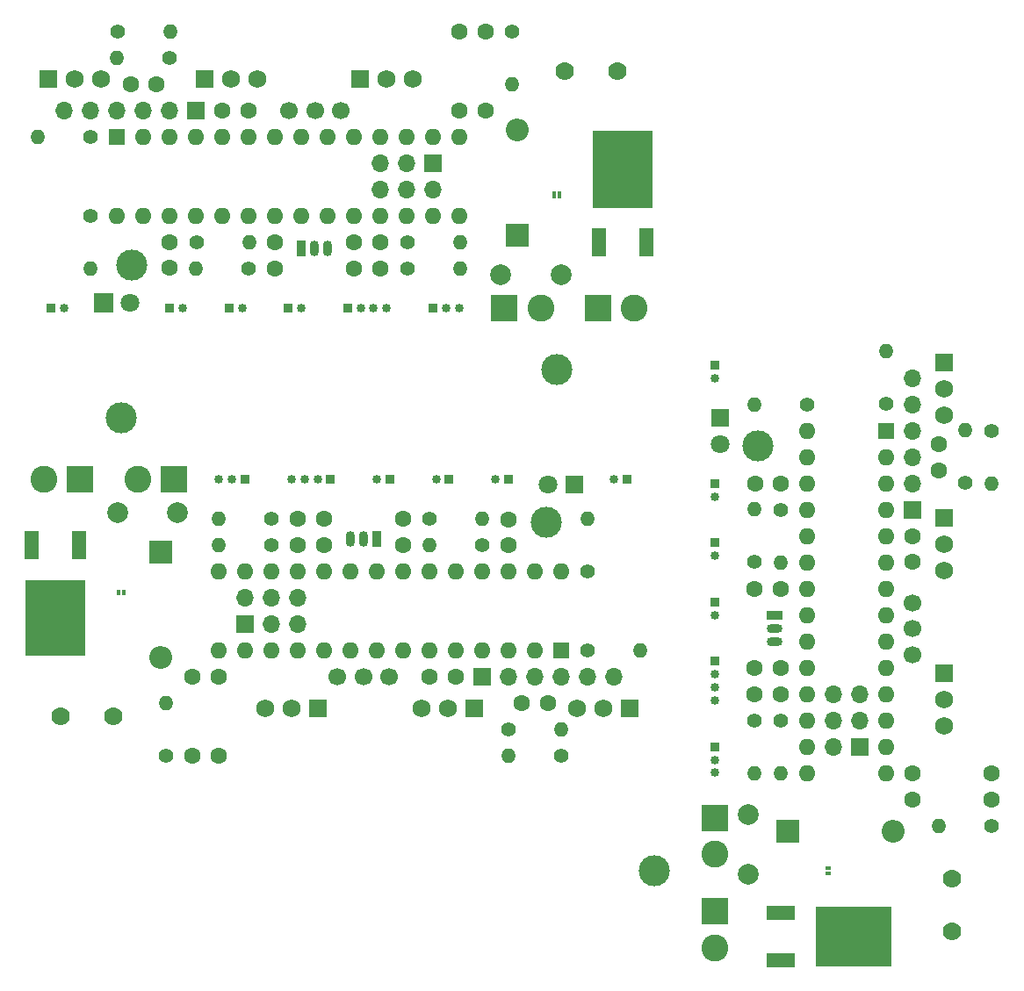
<source format=gbs>
%MOIN*%
%OFA0B0*%
%FSLAX46Y46*%
%IPPOS*%
%LPD*%
%AMREC120*
4,1,3,
0.043307086614173228,0.043307086614173242,
-0.043307086614173242,0.043307086614173228,
-0.043307086614173228,-0.043307086614173242,
0.043307086614173242,-0.043307086614173228,
0*%
%AMREC130*
4,1,3,
0.033464566929133854,0.033464566929133861,
-0.033464566929133861,0.033464566929133854,
-0.033464566929133854,-0.033464566929133861,
0.033464566929133861,-0.033464566929133854,
0*%
%AMREC140*
4,1,3,
0.035433070866141732,0.035433070866141739,
-0.035433070866141739,0.035433070866141732,
-0.035433070866141732,-0.035433070866141739,
0.035433070866141739,-0.035433070866141732,
0*%
%AMREC150*
4,1,3,
0.03444881889763779,0.0344488188976378,
-0.0344488188976378,0.03444881889763779,
-0.03444881889763779,-0.0344488188976378,
0.0344488188976378,-0.03444881889763779,
0*%
%AMREC160*
4,1,3,
0.031496062992125984,0.031496062992125991,
-0.031496062992125991,0.031496062992125984,
-0.031496062992125984,-0.031496062992125991,
0.031496062992125991,-0.031496062992125984,
0*%
%AMREC170*
4,1,3,
0.051181102362204724,0.051181102362204738,
-0.051181102362204738,0.051181102362204724,
-0.051181102362204724,-0.051181102362204738,
0.051181102362204738,-0.051181102362204724,
0*%
%AMREC180*
4,1,3,
0.017716535433070862,0.029527559055118113,
-0.017716535433070873,0.029527559055118113,
-0.017716535433070862,-0.029527559055118113,
0.017716535433070873,-0.029527559055118113,
0*%
%AMREC190*
4,1,3,
0.016732283464566927,0.016732283464566931,
-0.016732283464566931,0.016732283464566927,
-0.016732283464566927,-0.016732283464566931,
0.016732283464566931,-0.016732283464566927,
0*%
%AMREC200*
4,1,3,
0.027559055118110232,0.053149606299212608,
-0.027559055118110239,0.053149606299212608,
-0.027559055118110232,-0.053149606299212608,
0.027559055118110239,-0.053149606299212608,
0*%
%AMREC210*
4,1,3,
0.11417322834645668,0.1456692913385827,
-0.11417322834645671,0.14566929133858267,
-0.11417322834645668,-0.1456692913385827,
0.11417322834645671,-0.14566929133858267,
0*%
%AMREC220*
4,1,3,
0.007874015748031496,0.011811023622047244,
-0.0078740157480314977,0.011811023622047244,
-0.007874015748031496,-0.011811023622047244,
0.0078740157480314977,-0.011811023622047244,
0*%
%ADD10C,0.0039370078740157488*%
%ADD11R,0.086614173228346469X0.086614173228346469*%
%ADD12O,0.086614173228346469X0.086614173228346469*%
%ADD13C,0.07*%
%ADD14R,0.066929133858267723X0.066929133858267723*%
%ADD15O,0.066929133858267723X0.066929133858267723*%
%ADD16R,0.070866141732283464X0.070866141732283464*%
%ADD17C,0.070866141732283464*%
%ADD18C,0.11811023622047245*%
%ADD19C,0.068897637795275593*%
%ADD20R,0.068897637795275593X0.068897637795275593*%
%ADD21C,0.07874015748031496*%
%ADD22R,0.062992125984251982X0.062992125984251982*%
%ADD23O,0.062992125984251982X0.062992125984251982*%
%ADD24R,0.10236220472440946X0.10236220472440946*%
%ADD25C,0.10236220472440946*%
%ADD26C,0.066929133858267723*%
%ADD27C,0.055118110236220472*%
%ADD28O,0.055118110236220472X0.055118110236220472*%
%ADD29C,0.062992125984251982*%
%ADD30O,0.035433070866141732X0.059055118110236227*%
%ADD31R,0.035433070866141732X0.059055118110236227*%
%ADD32R,0.033464566929133861X0.033464566929133861*%
%ADD33C,0.033464566929133861*%
%ADD34R,0.055118110236220472X0.10629921259842522*%
%ADD35R,0.2283464566929134X0.29133858267716539*%
%ADD36R,0.015748031496062995X0.023622047244094488*%
%ADD47C,0.0039370078740157488*%
%AMCOMP52*
4,1,3,
0.043307086614173228,0.043307086614173242,
-0.043307086614173242,0.043307086614173228,
-0.043307086614173228,-0.043307086614173242,
0.043307086614173242,-0.043307086614173228,
0*%
%ADD48COMP52*%
%ADD49O,0.086614173228346469X0.086614173228346469*%
%ADD50C,0.07*%
%AMCOMP53*
4,1,3,
0.033464566929133854,0.033464566929133861,
-0.033464566929133861,0.033464566929133854,
-0.033464566929133854,-0.033464566929133861,
0.033464566929133861,-0.033464566929133854,
0*%
%ADD51COMP53*%
%ADD52O,0.066929133858267723X0.066929133858267723*%
%AMCOMP54*
4,1,3,
0.035433070866141732,0.035433070866141739,
-0.035433070866141739,0.035433070866141732,
-0.035433070866141732,-0.035433070866141739,
0.035433070866141739,-0.035433070866141732,
0*%
%ADD53COMP54*%
%ADD54C,0.070866141732283464*%
%ADD55C,0.11811023622047245*%
%ADD56C,0.068897637795275593*%
%AMCOMP55*
4,1,3,
0.03444881889763779,0.0344488188976378,
-0.0344488188976378,0.03444881889763779,
-0.03444881889763779,-0.0344488188976378,
0.0344488188976378,-0.03444881889763779,
0*%
%ADD57COMP55*%
%ADD58C,0.07874015748031496*%
%AMCOMP56*
4,1,3,
0.031496062992125984,0.031496062992125991,
-0.031496062992125991,0.031496062992125984,
-0.031496062992125984,-0.031496062992125991,
0.031496062992125991,-0.031496062992125984,
0*%
%ADD59COMP56*%
%ADD60O,0.062992125984251982X0.062992125984251982*%
%AMCOMP57*
4,1,3,
0.051181102362204724,0.051181102362204738,
-0.051181102362204738,0.051181102362204724,
-0.051181102362204724,-0.051181102362204738,
0.051181102362204738,-0.051181102362204724,
0*%
%ADD61COMP57*%
%ADD62C,0.10236220472440946*%
%ADD63C,0.066929133858267723*%
%ADD64C,0.055118110236220472*%
%ADD65O,0.055118110236220472X0.055118110236220472*%
%ADD66C,0.062992125984251982*%
%ADD67O,0.035433070866141732X0.059055118110236227*%
%AMCOMP58*
4,1,3,
0.017716535433070862,0.029527559055118113,
-0.017716535433070873,0.029527559055118113,
-0.017716535433070862,-0.029527559055118113,
0.017716535433070873,-0.029527559055118113,
0*%
%ADD68COMP58*%
%AMCOMP59*
4,1,3,
0.016732283464566927,0.016732283464566931,
-0.016732283464566931,0.016732283464566927,
-0.016732283464566927,-0.016732283464566931,
0.016732283464566931,-0.016732283464566927,
0*%
%ADD69COMP59*%
%ADD70C,0.033464566929133861*%
%AMCOMP60*
4,1,3,
0.027559055118110232,0.053149606299212608,
-0.027559055118110239,0.053149606299212608,
-0.027559055118110232,-0.053149606299212608,
0.027559055118110239,-0.053149606299212608,
0*%
%ADD71COMP60*%
%AMCOMP61*
4,1,3,
0.11417322834645668,0.1456692913385827,
-0.11417322834645671,0.14566929133858267,
-0.11417322834645668,-0.1456692913385827,
0.11417322834645671,-0.14566929133858267,
0*%
%ADD72COMP61*%
%AMCOMP62*
4,1,3,
0.007874015748031496,0.011811023622047244,
-0.0078740157480314977,0.011811023622047244,
-0.007874015748031496,-0.011811023622047244,
0.0078740157480314977,-0.011811023622047244,
0*%
%ADD73COMP62*%
%ADD74C,0.0039370078740157488*%
%ADD75R,0.086614173228346469X0.086614173228346469*%
%ADD76O,0.086614173228346469X0.086614173228346469*%
%ADD77C,0.07*%
%ADD78R,0.066929133858267723X0.066929133858267723*%
%ADD79O,0.066929133858267723X0.066929133858267723*%
%ADD80R,0.070866141732283464X0.070866141732283464*%
%ADD81C,0.070866141732283464*%
%ADD82C,0.11811023622047245*%
%ADD83C,0.068897637795275593*%
%ADD84R,0.068897637795275593X0.068897637795275593*%
%ADD85C,0.07874015748031496*%
%ADD86R,0.062992125984251982X0.062992125984251982*%
%ADD87O,0.062992125984251982X0.062992125984251982*%
%ADD88R,0.10236220472440946X0.10236220472440946*%
%ADD89C,0.10236220472440946*%
%ADD90C,0.066929133858267723*%
%ADD91C,0.055118110236220472*%
%ADD92O,0.055118110236220472X0.055118110236220472*%
%ADD93C,0.062992125984251982*%
%ADD94O,0.059055118110236227X0.035433070866141732*%
%ADD95R,0.059055118110236227X0.035433070866141732*%
%ADD96R,0.033464566929133861X0.033464566929133861*%
%ADD97C,0.033464566929133861*%
%ADD98R,0.10629921259842522X0.055118110236220472*%
%ADD99R,0.29133858267716539X0.2283464566929134*%
%ADD100R,0.023622047244094488X0.015748031496062995*%
G01*
D10*
D11*
X-0001338582Y0005393700D02*
X0000661417Y0001643700D03*
D12*
X0000661417Y0001243700D03*
D13*
X0000481417Y0001018700D03*
X0000281417Y0001018700D03*
D14*
X0001881417Y0001168700D03*
D15*
X0001981417Y0001168700D03*
X0002081417Y0001168700D03*
X0002181417Y0001168700D03*
X0002281417Y0001168700D03*
X0002381417Y0001168700D03*
D16*
X0002231417Y0001898700D03*
D17*
X0002131417Y0001898700D03*
D18*
X0002125905Y0001757283D03*
D19*
X0002240866Y0001048622D03*
X0002340866Y0001048622D03*
D20*
X0002440866Y0001048622D03*
D21*
X0000497244Y0001793700D03*
X0000725590Y0001793700D03*
D18*
X0000511732Y0002150984D03*
D22*
X0002181417Y0001268700D03*
D23*
X0000881417Y0001568700D03*
X0002081417Y0001268700D03*
X0000981417Y0001568700D03*
X0001981417Y0001268700D03*
X0001081417Y0001568700D03*
X0001881417Y0001268700D03*
X0001181417Y0001568700D03*
X0001781417Y0001268700D03*
X0001281417Y0001568700D03*
X0001681417Y0001268700D03*
X0001381417Y0001568700D03*
X0001581417Y0001268700D03*
X0001481417Y0001568700D03*
X0001481417Y0001268700D03*
X0001581417Y0001568700D03*
X0001381417Y0001268700D03*
X0001681417Y0001568700D03*
X0001281417Y0001268700D03*
X0001781417Y0001568700D03*
X0001181417Y0001268700D03*
X0001881417Y0001568700D03*
X0001081417Y0001268700D03*
X0001981417Y0001568700D03*
X0000981417Y0001268700D03*
X0002081417Y0001568700D03*
X0000881417Y0001268700D03*
X0002181417Y0001568700D03*
D24*
X0000711417Y0001918700D03*
D25*
X0000573622Y0001918700D03*
D24*
X0000356417Y0001918700D03*
D25*
X0000218622Y0001918700D03*
D26*
X0001331417Y0001168700D03*
X0001429842Y0001168700D03*
X0001528267Y0001168700D03*
D27*
X0001982992Y0000968700D03*
D28*
X0002182992Y0000968700D03*
D27*
X0002179842Y0000868700D03*
D28*
X0001979842Y0000868700D03*
D29*
X0001581417Y0001768700D03*
X0001581417Y0001670275D03*
X0001281417Y0001768700D03*
X0001281417Y0001670275D03*
X0001781417Y0001168700D03*
X0001682992Y0001168700D03*
D30*
X0001431417Y0001693700D03*
X0001381417Y0001693700D03*
D31*
X0001481417Y0001693700D03*
D29*
X0001181417Y0001768700D03*
X0001181417Y0001670275D03*
X0002031417Y0001068700D03*
X0002129842Y0001068700D03*
D27*
X0002282992Y0001268700D03*
D28*
X0002482992Y0001268700D03*
D29*
X0001981417Y0001668700D03*
X0001981417Y0001767125D03*
D27*
X0001682992Y0001768700D03*
D28*
X0001882992Y0001768700D03*
D27*
X0001879842Y0001668700D03*
D28*
X0001679842Y0001668700D03*
D19*
X0001650314Y0001048622D03*
X0001750314Y0001048622D03*
D20*
X0001850314Y0001048622D03*
D19*
X0001059763Y0001048622D03*
X0001159763Y0001048622D03*
D20*
X0001259763Y0001048622D03*
D27*
X0001079842Y0001668700D03*
D28*
X0000879842Y0001668700D03*
D27*
X0001079842Y0001768700D03*
D28*
X0000879842Y0001768700D03*
D27*
X0002281417Y0001570275D03*
D28*
X0002281417Y0001770275D03*
D29*
X0000781417Y0001168700D03*
X0000781417Y0000868700D03*
X0000881417Y0001168700D03*
X0000881417Y0000868700D03*
D27*
X0000681417Y0000870275D03*
D28*
X0000681417Y0001070275D03*
D14*
X0000981417Y0001368700D03*
D15*
X0000981417Y0001468700D03*
X0001081417Y0001368700D03*
X0001081417Y0001468700D03*
X0001181417Y0001368700D03*
X0001181417Y0001468700D03*
D32*
X0001756417Y0001918700D03*
D33*
X0001707204Y0001918700D03*
D32*
X0001306417Y0001918700D03*
D33*
X0001257204Y0001918700D03*
X0001207992Y0001918700D03*
X0001158779Y0001918700D03*
D32*
X0001531417Y0001918700D03*
D33*
X0001482204Y0001918700D03*
D32*
X0002431417Y0001918700D03*
D33*
X0002382204Y0001918700D03*
D32*
X0001981417Y0001918700D03*
D33*
X0001932204Y0001918700D03*
D32*
X0000981417Y0001918700D03*
D33*
X0000932204Y0001918700D03*
X0000882992Y0001918700D03*
D34*
X0000171653Y0001668897D03*
X0000351181Y0001668897D03*
D35*
X0000261417Y0001394015D03*
D36*
X0000521259Y0001488700D03*
X0000501574Y0001488700D03*
G04 next file*
G04 #@! TF.FileFunction,Soldermask,Bot*
G04 Gerber Fmt 4.6, Leading zero omitted, Abs format (unit mm)*
G04 Created by KiCad (PCBNEW 4.0.7) date 07/26/19 16:42:22*
G01*
G04 APERTURE LIST*
G04 APERTURE END LIST*
D47*
D48*
X0004015748Y-0000905511D02*
X0002015747Y0002844488D03*
D49*
X0002015747Y0003244488D03*
D50*
X0002195747Y0003469488D03*
X0002395747Y0003469488D03*
D51*
X0000795747Y0003319488D03*
D52*
X0000695747Y0003319488D03*
X0000595747Y0003319488D03*
X0000495747Y0003319488D03*
X0000395747Y0003319488D03*
X0000295747Y0003319488D03*
D53*
X0000445747Y0002589488D03*
D54*
X0000545747Y0002589488D03*
D55*
X0000551259Y0002730905D03*
D56*
X0000436299Y0003439566D03*
X0000336299Y0003439566D03*
D57*
X0000236299Y0003439566D03*
D58*
X0002179921Y0002694488D03*
X0001951574Y0002694488D03*
D55*
X0002165433Y0002337204D03*
D59*
X0000495747Y0003219488D03*
D60*
X0001795747Y0002919488D03*
X0000595747Y0003219488D03*
X0001695747Y0002919488D03*
X0000695747Y0003219488D03*
X0001595747Y0002919488D03*
X0000795747Y0003219488D03*
X0001495747Y0002919488D03*
X0000895747Y0003219488D03*
X0001395747Y0002919488D03*
X0000995747Y0003219488D03*
X0001295747Y0002919488D03*
X0001095747Y0003219488D03*
X0001195747Y0002919488D03*
X0001195747Y0003219488D03*
X0001095747Y0002919488D03*
X0001295747Y0003219488D03*
X0000995747Y0002919488D03*
X0001395747Y0003219488D03*
X0000895747Y0002919488D03*
X0001495747Y0003219488D03*
X0000795747Y0002919488D03*
X0001595747Y0003219488D03*
X0000695747Y0002919488D03*
X0001695747Y0003219488D03*
X0000595747Y0002919488D03*
X0001795747Y0003219488D03*
X0000495747Y0002919488D03*
D61*
X0001965747Y0002569488D03*
D62*
X0002103543Y0002569488D03*
D61*
X0002320747Y0002569488D03*
D62*
X0002458543Y0002569488D03*
D63*
X0001345747Y0003319488D03*
X0001247322Y0003319488D03*
X0001148897Y0003319488D03*
D64*
X0000694173Y0003519488D03*
D65*
X0000494173Y0003519488D03*
D64*
X0000497322Y0003619488D03*
D65*
X0000697322Y0003619488D03*
D66*
X0001095747Y0002719488D03*
X0001095747Y0002817913D03*
X0001395747Y0002719488D03*
X0001395747Y0002817913D03*
X0000895747Y0003319488D03*
X0000994173Y0003319488D03*
D67*
X0001245747Y0002794488D03*
X0001295747Y0002794488D03*
D68*
X0001195747Y0002794488D03*
D66*
X0001495747Y0002719488D03*
X0001495747Y0002817913D03*
X0000645747Y0003419488D03*
X0000547322Y0003419488D03*
D64*
X0000394173Y0003219488D03*
D65*
X0000194173Y0003219488D03*
D66*
X0000695747Y0002819488D03*
X0000695747Y0002721062D03*
D64*
X0000994173Y0002719488D03*
D65*
X0000794173Y0002719488D03*
D64*
X0000797322Y0002819488D03*
D65*
X0000997322Y0002819488D03*
D56*
X0001026850Y0003439566D03*
X0000926850Y0003439566D03*
D57*
X0000826850Y0003439566D03*
D56*
X0001617401Y0003439566D03*
X0001517401Y0003439566D03*
D57*
X0001417401Y0003439566D03*
D64*
X0001597322Y0002819488D03*
D65*
X0001797322Y0002819488D03*
D64*
X0001597322Y0002719488D03*
D65*
X0001797322Y0002719488D03*
D64*
X0000395747Y0002917913D03*
D65*
X0000395747Y0002717913D03*
D66*
X0001895747Y0003319488D03*
X0001895747Y0003619488D03*
X0001795747Y0003319488D03*
X0001795747Y0003619488D03*
D64*
X0001995747Y0003617913D03*
D65*
X0001995747Y0003417913D03*
D51*
X0001695747Y0003119488D03*
D52*
X0001695747Y0003019488D03*
X0001595747Y0003119488D03*
X0001595747Y0003019488D03*
X0001495747Y0003119488D03*
X0001495747Y0003019488D03*
D69*
X0000920747Y0002569488D03*
D70*
X0000969960Y0002569488D03*
D69*
X0001370747Y0002569488D03*
D70*
X0001419960Y0002569488D03*
X0001469173Y0002569488D03*
X0001518385Y0002569488D03*
D69*
X0001145747Y0002569488D03*
D70*
X0001194960Y0002569488D03*
D69*
X0000245747Y0002569488D03*
D70*
X0000294960Y0002569488D03*
D69*
X0000695747Y0002569488D03*
D70*
X0000744960Y0002569488D03*
D69*
X0001695747Y0002569488D03*
D70*
X0001744960Y0002569488D03*
X0001794173Y0002569488D03*
D71*
X0002505511Y0002819291D03*
X0002325984Y0002819291D03*
D72*
X0002415747Y0003094173D03*
D73*
X0002155905Y0002999488D03*
X0002175590Y0002999488D03*
G04 next file*
G04 #@! TF.FileFunction,Soldermask,Bot*
G04 Gerber Fmt 4.6, Leading zero omitted, Abs format (unit mm)*
G04 Created by KiCad (PCBNEW 4.0.7) date 07/26/19 16:42:22*
G01*
G04 APERTURE LIST*
G04 APERTURE END LIST*
D74*
D75*
X-0000708661Y-0001417322D02*
X0003041338Y0000582677D03*
D76*
X0003441338Y0000582677D03*
D77*
X0003666338Y0000402677D03*
X0003666338Y0000202677D03*
D78*
X0003516338Y0001802677D03*
D79*
X0003516338Y0001902677D03*
X0003516338Y0002002677D03*
X0003516338Y0002102677D03*
X0003516338Y0002202677D03*
X0003516338Y0002302677D03*
D80*
X0002786338Y0002152677D03*
D81*
X0002786338Y0002052677D03*
D82*
X0002927755Y0002047165D03*
D83*
X0003636417Y0002162125D03*
X0003636417Y0002262125D03*
D84*
X0003636417Y0002362125D03*
D85*
X0002891338Y0000418503D03*
X0002891338Y0000646850D03*
D82*
X0002534055Y0000432992D03*
D86*
X0003416338Y0002102677D03*
D87*
X0003116338Y0000802677D03*
X0003416338Y0002002677D03*
X0003116338Y0000902677D03*
X0003416338Y0001902677D03*
X0003116338Y0001002677D03*
X0003416338Y0001802677D03*
X0003116338Y0001102677D03*
X0003416338Y0001702677D03*
X0003116338Y0001202677D03*
X0003416338Y0001602677D03*
X0003116338Y0001302677D03*
X0003416338Y0001502677D03*
X0003116338Y0001402677D03*
X0003416338Y0001402677D03*
X0003116338Y0001502677D03*
X0003416338Y0001302677D03*
X0003116338Y0001602677D03*
X0003416338Y0001202677D03*
X0003116338Y0001702677D03*
X0003416338Y0001102677D03*
X0003116338Y0001802677D03*
X0003416338Y0001002677D03*
X0003116338Y0001902677D03*
X0003416338Y0000902677D03*
X0003116338Y0002002677D03*
X0003416338Y0000802677D03*
X0003116338Y0002102677D03*
D88*
X0002766338Y0000632677D03*
D89*
X0002766338Y0000494881D03*
D88*
X0002766338Y0000277677D03*
D89*
X0002766338Y0000139881D03*
D90*
X0003516338Y0001252677D03*
X0003516338Y0001351102D03*
X0003516338Y0001449527D03*
D91*
X0003716338Y0001904251D03*
D92*
X0003716338Y0002104251D03*
D91*
X0003816338Y0002101102D03*
D92*
X0003816338Y0001901102D03*
D93*
X0002916338Y0001502677D03*
X0003014763Y0001502677D03*
X0002916338Y0001202677D03*
X0003014763Y0001202677D03*
X0003516338Y0001702677D03*
X0003516338Y0001604251D03*
D94*
X0002991338Y0001352677D03*
X0002991338Y0001302677D03*
D95*
X0002991338Y0001402677D03*
D93*
X0002916338Y0001102677D03*
X0003014763Y0001102677D03*
X0003616338Y0001952677D03*
X0003616338Y0002051102D03*
D91*
X0003416338Y0002204251D03*
D92*
X0003416338Y0002404251D03*
D93*
X0003016338Y0001902677D03*
X0002917913Y0001902677D03*
D91*
X0002916338Y0001604251D03*
D92*
X0002916338Y0001804251D03*
D91*
X0003016338Y0001801102D03*
D92*
X0003016338Y0001601102D03*
D83*
X0003636417Y0001571574D03*
X0003636417Y0001671574D03*
D84*
X0003636417Y0001771574D03*
D83*
X0003636417Y0000981023D03*
X0003636417Y0001081023D03*
D84*
X0003636417Y0001181023D03*
D91*
X0003016338Y0001001102D03*
D92*
X0003016338Y0000801102D03*
D91*
X0002916338Y0001001102D03*
D92*
X0002916338Y0000801102D03*
D91*
X0003114763Y0002202677D03*
D92*
X0002914763Y0002202677D03*
D93*
X0003516338Y0000702677D03*
X0003816338Y0000702677D03*
X0003516338Y0000802677D03*
X0003816338Y0000802677D03*
D91*
X0003814763Y0000602677D03*
D92*
X0003614763Y0000602677D03*
D78*
X0003316338Y0000902677D03*
D79*
X0003216338Y0000902677D03*
X0003316338Y0001002677D03*
X0003216338Y0001002677D03*
X0003316338Y0001102677D03*
X0003216338Y0001102677D03*
D96*
X0002766338Y0001677677D03*
D97*
X0002766338Y0001628464D03*
D96*
X0002766338Y0001227677D03*
D97*
X0002766338Y0001178464D03*
X0002766338Y0001129251D03*
X0002766338Y0001080039D03*
D96*
X0002766338Y0001452677D03*
D97*
X0002766338Y0001403464D03*
D96*
X0002766338Y0002352677D03*
D97*
X0002766338Y0002303464D03*
D96*
X0002766338Y0001902677D03*
D97*
X0002766338Y0001853464D03*
D96*
X0002766338Y0000902677D03*
D97*
X0002766338Y0000853464D03*
X0002766338Y0000804251D03*
D98*
X0003016141Y0000092913D03*
X0003016141Y0000272440D03*
D99*
X0003291023Y0000182677D03*
D100*
X0003196338Y0000442519D03*
X0003196338Y0000422834D03*
M02*
</source>
